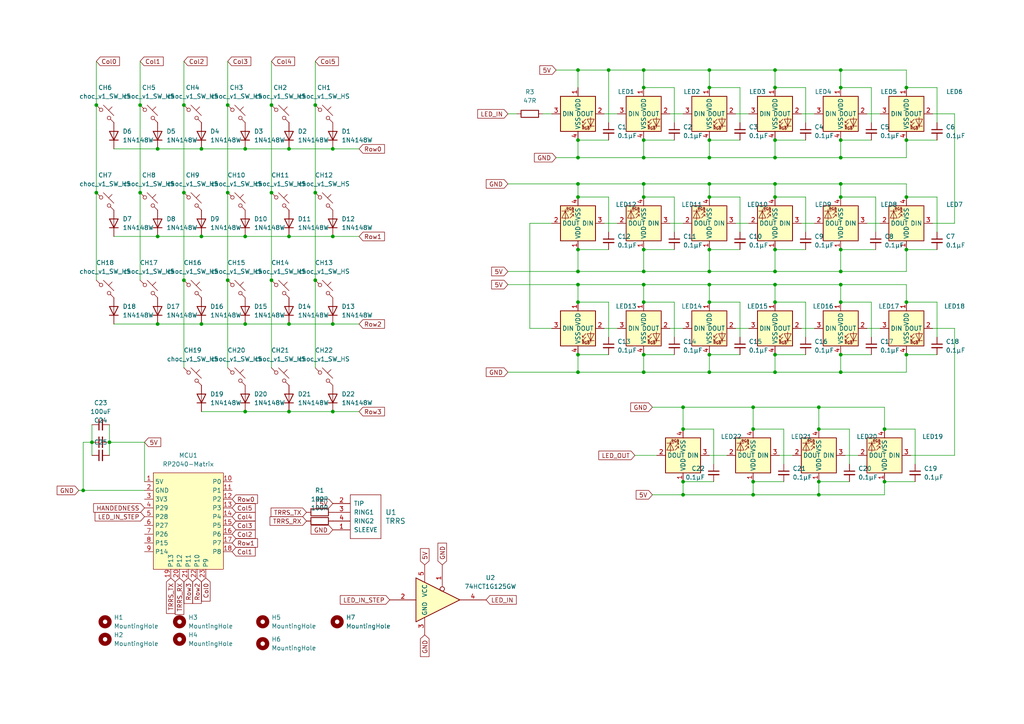
<source format=kicad_sch>
(kicad_sch (version 20250114) (generator "eeschema") (generator_version "9.0")
  (paper "A4")
  (junction (at 224.79 82.55))
  (junction (at 205.74 82.55))
  (junction (at 176.53 20.32))
  (junction (at 218.44 124.46))
  (junction (at 167.64 102.87))
  (junction (at 243.84 40.64))
  (junction (at 58.42 68.58))
  (junction (at 224.79 20.32))
  (junction (at 186.69 53.34))
  (junction (at 243.84 45.72))
  (junction (at 205.74 20.32))
  (junction (at 40.64 30.48))
  (junction (at 256.54 124.46))
  (junction (at 78.74 30.48))
  (junction (at 91.44 55.88))
  (junction (at 83.82 43.18))
  (junction (at 237.49 118.11))
  (junction (at 83.82 68.58))
  (junction (at 205.74 87.63))
  (junction (at 262.89 57.15))
  (junction (at 237.49 143.51))
  (junction (at 96.52 93.98))
  (junction (at 186.69 57.15))
  (junction (at 24.13 142.24))
  (junction (at 262.89 72.39))
  (junction (at 78.74 55.88))
  (junction (at 186.69 78.74))
  (junction (at 45.72 68.58))
  (junction (at 198.12 124.46))
  (junction (at 198.12 139.7))
  (junction (at 66.04 55.88))
  (junction (at 71.12 43.18))
  (junction (at 243.84 20.32))
  (junction (at 91.44 81.28))
  (junction (at 167.64 72.39))
  (junction (at 218.44 143.51))
  (junction (at 167.64 40.64))
  (junction (at 205.74 25.4))
  (junction (at 58.42 43.18))
  (junction (at 58.42 93.98))
  (junction (at 167.64 20.32))
  (junction (at 167.64 57.15))
  (junction (at 167.64 87.63))
  (junction (at 186.69 25.4))
  (junction (at 186.69 72.39))
  (junction (at 96.52 43.18))
  (junction (at 53.34 55.88))
  (junction (at 218.44 118.11))
  (junction (at 27.94 55.88))
  (junction (at 205.74 78.74))
  (junction (at 224.79 78.74))
  (junction (at 167.64 53.34))
  (junction (at 224.79 53.34))
  (junction (at 198.12 118.11))
  (junction (at 205.74 53.34))
  (junction (at 71.12 119.38))
  (junction (at 205.74 107.95))
  (junction (at 186.69 107.95))
  (junction (at 262.89 40.64))
  (junction (at 186.69 20.32))
  (junction (at 224.79 45.72))
  (junction (at 243.84 82.55))
  (junction (at 243.84 102.87))
  (junction (at 167.64 78.74))
  (junction (at 198.12 143.51))
  (junction (at 96.52 68.58))
  (junction (at 224.79 107.95))
  (junction (at 78.74 81.28))
  (junction (at 237.49 124.46))
  (junction (at 224.79 40.64))
  (junction (at 224.79 87.63))
  (junction (at 224.79 57.15))
  (junction (at 26.67 128.27))
  (junction (at 167.64 82.55))
  (junction (at 262.89 87.63))
  (junction (at 186.69 45.72))
  (junction (at 205.74 72.39))
  (junction (at 167.64 45.72))
  (junction (at 243.84 107.95))
  (junction (at 96.52 119.38))
  (junction (at 262.89 102.87))
  (junction (at 40.64 55.88))
  (junction (at 91.44 30.48))
  (junction (at 27.94 30.48))
  (junction (at 243.84 72.39))
  (junction (at 243.84 78.74))
  (junction (at 256.54 139.7))
  (junction (at 53.34 30.48))
  (junction (at 83.82 93.98))
  (junction (at 224.79 102.87))
  (junction (at 205.74 45.72))
  (junction (at 237.49 139.7))
  (junction (at 224.79 72.39))
  (junction (at 53.34 81.28))
  (junction (at 45.72 93.98))
  (junction (at 205.74 40.64))
  (junction (at 243.84 57.15))
  (junction (at 71.12 68.58))
  (junction (at 243.84 53.34))
  (junction (at 224.79 25.4))
  (junction (at 186.69 102.87))
  (junction (at 218.44 139.7))
  (junction (at 71.12 93.98))
  (junction (at 243.84 25.4))
  (junction (at 186.69 82.55))
  (junction (at 243.84 87.63))
  (junction (at 186.69 87.63))
  (junction (at 45.72 43.18))
  (junction (at 205.74 102.87))
  (junction (at 186.69 40.64))
  (junction (at 66.04 30.48))
  (junction (at 167.64 107.95))
  (junction (at 31.75 128.27))
  (junction (at 66.04 81.28))
  (junction (at 83.82 119.38))
  (junction (at 205.74 57.15))
  (junction (at 262.89 25.4))
  (wire (pts (xy 224.79 107.95) (xy 243.84 107.95)))
  (wire (pts (xy 26.67 128.27) (xy 26.67 132.08)))
  (wire (pts (xy 53.34 55.88) (xy 53.34 81.28)))
  (wire (pts (xy 224.79 82.55) (xy 243.84 82.55)))
  (wire (pts (xy 271.78 25.4) (xy 271.78 35.56)))
  (wire (pts (xy 53.34 30.48) (xy 53.34 55.88)))
  (wire (pts (xy 167.64 102.87) (xy 176.53 102.87)))
  (wire (pts (xy 175.26 95.25) (xy 179.07 95.25)))
  (wire (pts (xy 45.72 93.98) (xy 58.42 93.98)))
  (wire (pts (xy 256.54 118.11) (xy 256.54 124.46)))
  (wire (pts (xy 205.74 102.87) (xy 205.74 107.95)))
  (wire (pts (xy 167.64 53.34) (xy 167.64 57.15)))
  (wire (pts (xy 167.64 20.32) (xy 167.64 25.4)))
  (wire (pts (xy 218.44 118.11) (xy 218.44 124.46)))
  (wire (pts (xy 147.32 107.95) (xy 167.64 107.95)))
  (wire (pts (xy 96.52 68.58) (xy 104.14 68.58)))
  (wire (pts (xy 276.86 95.25) (xy 276.86 132.08)))
  (wire (pts (xy 262.89 72.39) (xy 271.78 72.39)))
  (wire (pts (xy 58.42 93.98) (xy 71.12 93.98)))
  (wire (pts (xy 27.94 55.88) (xy 27.94 81.28)))
  (wire (pts (xy 71.12 119.38) (xy 83.82 119.38)))
  (wire (pts (xy 26.67 123.19) (xy 26.67 128.27)))
  (wire (pts (xy 264.16 132.08) (xy 276.86 132.08)))
  (wire (pts (xy 243.84 72.39) (xy 254 72.39)))
  (wire (pts (xy 91.44 17.78) (xy 91.44 30.48)))
  (wire (pts (xy 96.52 93.98) (xy 104.14 93.98)))
  (wire (pts (xy 66.04 17.78) (xy 66.04 30.48)))
  (wire (pts (xy 167.64 72.39) (xy 176.53 72.39)))
  (wire (pts (xy 214.63 87.63) (xy 214.63 97.79)))
  (wire (pts (xy 270.51 95.25) (xy 276.86 95.25)))
  (wire (pts (xy 270.51 33.02) (xy 276.86 33.02)))
  (wire (pts (xy 205.74 20.32) (xy 205.74 25.4)))
  (wire (pts (xy 66.04 55.88) (xy 66.04 81.28)))
  (wire (pts (xy 186.69 82.55) (xy 186.69 87.63)))
  (wire (pts (xy 161.29 45.72) (xy 167.64 45.72)))
  (wire (pts (xy 213.36 64.77) (xy 217.17 64.77)))
  (wire (pts (xy 186.69 107.95) (xy 205.74 107.95)))
  (wire (pts (xy 243.84 102.87) (xy 252.73 102.87)))
  (wire (pts (xy 175.26 33.02) (xy 179.07 33.02)))
  (wire (pts (xy 157.48 33.02) (xy 160.02 33.02)))
  (wire (pts (xy 22.86 142.24) (xy 24.13 142.24)))
  (wire (pts (xy 167.64 57.15) (xy 176.53 57.15)))
  (wire (pts (xy 41.91 139.7) (xy 41.91 128.27)))
  (wire (pts (xy 224.79 102.87) (xy 233.68 102.87)))
  (wire (pts (xy 78.74 30.48) (xy 78.74 55.88)))
  (wire (pts (xy 243.84 45.72) (xy 262.89 45.72)))
  (wire (pts (xy 176.53 20.32) (xy 186.69 20.32)))
  (wire (pts (xy 243.84 53.34) (xy 262.89 53.34)))
  (wire (pts (xy 58.42 43.18) (xy 71.12 43.18)))
  (wire (pts (xy 205.74 72.39) (xy 205.74 78.74)))
  (wire (pts (xy 243.84 40.64) (xy 243.84 45.72)))
  (wire (pts (xy 205.74 53.34) (xy 224.79 53.34)))
  (wire (pts (xy 184.15 132.08) (xy 190.5 132.08)))
  (wire (pts (xy 205.74 102.87) (xy 214.63 102.87)))
  (wire (pts (xy 186.69 20.32) (xy 205.74 20.32)))
  (wire (pts (xy 58.42 119.38) (xy 71.12 119.38)))
  (wire (pts (xy 224.79 40.64) (xy 224.79 45.72)))
  (wire (pts (xy 160.02 64.77) (xy 153.67 64.77)))
  (wire (pts (xy 276.86 33.02) (xy 276.86 64.77)))
  (wire (pts (xy 254 57.15) (xy 254 67.31)))
  (wire (pts (xy 186.69 53.34) (xy 186.69 57.15)))
  (wire (pts (xy 167.64 53.34) (xy 186.69 53.34)))
  (wire (pts (xy 33.02 93.98) (xy 45.72 93.98)))
  (wire (pts (xy 243.84 87.63) (xy 252.73 87.63)))
  (wire (pts (xy 256.54 143.51) (xy 256.54 139.7)))
  (wire (pts (xy 243.84 102.87) (xy 243.84 107.95)))
  (wire (pts (xy 243.84 40.64) (xy 252.73 40.64)))
  (wire (pts (xy 96.52 43.18) (xy 104.14 43.18)))
  (wire (pts (xy 262.89 40.64) (xy 271.78 40.64)))
  (wire (pts (xy 271.78 87.63) (xy 271.78 97.79)))
  (wire (pts (xy 186.69 82.55) (xy 205.74 82.55)))
  (wire (pts (xy 252.73 25.4) (xy 252.73 35.56)))
  (wire (pts (xy 31.75 128.27) (xy 31.75 132.08)))
  (wire (pts (xy 189.23 118.11) (xy 198.12 118.11)))
  (wire (pts (xy 224.79 40.64) (xy 233.68 40.64)))
  (wire (pts (xy 224.79 25.4) (xy 224.79 20.32)))
  (wire (pts (xy 45.72 43.18) (xy 58.42 43.18)))
  (wire (pts (xy 262.89 102.87) (xy 262.89 107.95)))
  (wire (pts (xy 186.69 45.72) (xy 205.74 45.72)))
  (wire (pts (xy 83.82 43.18) (xy 96.52 43.18)))
  (wire (pts (xy 262.89 40.64) (xy 262.89 45.72)))
  (wire (pts (xy 205.74 57.15) (xy 214.63 57.15)))
  (wire (pts (xy 265.43 124.46) (xy 265.43 134.62)))
  (wire (pts (xy 213.36 33.02) (xy 217.17 33.02)))
  (wire (pts (xy 153.67 95.25) (xy 160.02 95.25)))
  (wire (pts (xy 66.04 30.48) (xy 66.04 55.88)))
  (wire (pts (xy 224.79 87.63) (xy 233.68 87.63)))
  (wire (pts (xy 243.84 20.32) (xy 262.89 20.32)))
  (wire (pts (xy 243.84 53.34) (xy 243.84 57.15)))
  (wire (pts (xy 205.74 82.55) (xy 224.79 82.55)))
  (wire (pts (xy 53.34 81.28) (xy 53.34 106.68)))
  (wire (pts (xy 251.46 33.02) (xy 255.27 33.02)))
  (wire (pts (xy 153.67 64.77) (xy 153.67 95.25)))
  (wire (pts (xy 237.49 118.11) (xy 256.54 118.11)))
  (wire (pts (xy 40.64 30.48) (xy 40.64 55.88)))
  (wire (pts (xy 205.74 40.64) (xy 205.74 45.72)))
  (wire (pts (xy 218.44 143.51) (xy 237.49 143.51)))
  (wire (pts (xy 186.69 53.34) (xy 205.74 53.34)))
  (wire (pts (xy 33.02 43.18) (xy 45.72 43.18)))
  (wire (pts (xy 233.68 25.4) (xy 233.68 35.56)))
  (wire (pts (xy 262.89 102.87) (xy 271.78 102.87)))
  (wire (pts (xy 205.74 53.34) (xy 205.74 57.15)))
  (wire (pts (xy 224.79 102.87) (xy 224.79 107.95)))
  (wire (pts (xy 167.64 45.72) (xy 186.69 45.72)))
  (wire (pts (xy 262.89 53.34) (xy 262.89 57.15)))
  (wire (pts (xy 243.84 72.39) (xy 243.84 78.74)))
  (wire (pts (xy 194.31 33.02) (xy 198.12 33.02)))
  (wire (pts (xy 71.12 43.18) (xy 83.82 43.18)))
  (wire (pts (xy 243.84 25.4) (xy 252.73 25.4)))
  (wire (pts (xy 205.74 40.64) (xy 214.63 40.64)))
  (wire (pts (xy 233.68 87.63) (xy 233.68 97.79)))
  (wire (pts (xy 31.75 123.19) (xy 31.75 128.27)))
  (wire (pts (xy 198.12 118.11) (xy 198.12 124.46)))
  (wire (pts (xy 243.84 57.15) (xy 254 57.15)))
  (wire (pts (xy 224.79 53.34) (xy 243.84 53.34)))
  (wire (pts (xy 147.32 78.74) (xy 167.64 78.74)))
  (wire (pts (xy 186.69 72.39) (xy 195.58 72.39)))
  (wire (pts (xy 167.64 87.63) (xy 176.53 87.63)))
  (wire (pts (xy 91.44 30.48) (xy 91.44 55.88)))
  (wire (pts (xy 96.52 119.38) (xy 104.14 119.38)))
  (wire (pts (xy 167.64 40.64) (xy 167.64 45.72)))
  (wire (pts (xy 214.63 57.15) (xy 214.63 67.31)))
  (wire (pts (xy 224.79 25.4) (xy 233.68 25.4)))
  (wire (pts (xy 262.89 78.74) (xy 262.89 72.39)))
  (wire (pts (xy 186.69 102.87) (xy 186.69 107.95)))
  (wire (pts (xy 167.64 82.55) (xy 186.69 82.55)))
  (wire (pts (xy 251.46 95.25) (xy 255.27 95.25)))
  (wire (pts (xy 186.69 102.87) (xy 195.58 102.87)))
  (wire (pts (xy 232.41 33.02) (xy 236.22 33.02)))
  (wire (pts (xy 78.74 81.28) (xy 78.74 106.68)))
  (wire (pts (xy 186.69 57.15) (xy 195.58 57.15)))
  (wire (pts (xy 186.69 20.32) (xy 186.69 25.4)))
  (wire (pts (xy 40.64 17.78) (xy 40.64 30.48)))
  (wire (pts (xy 161.29 20.32) (xy 167.64 20.32)))
  (wire (pts (xy 186.69 25.4) (xy 195.58 25.4)))
  (wire (pts (xy 224.79 82.55) (xy 224.79 87.63)))
  (wire (pts (xy 176.53 87.63) (xy 176.53 97.79)))
  (wire (pts (xy 186.69 72.39) (xy 186.69 78.74)))
  (wire (pts (xy 167.64 20.32) (xy 176.53 20.32)))
  (wire (pts (xy 58.42 68.58) (xy 71.12 68.58)))
  (wire (pts (xy 71.12 68.58) (xy 83.82 68.58)))
  (wire (pts (xy 198.12 143.51) (xy 218.44 143.51)))
  (wire (pts (xy 167.64 78.74) (xy 186.69 78.74)))
  (wire (pts (xy 205.74 78.74) (xy 224.79 78.74)))
  (wire (pts (xy 167.64 72.39) (xy 167.64 78.74)))
  (wire (pts (xy 40.64 55.88) (xy 40.64 81.28)))
  (wire (pts (xy 194.31 64.77) (xy 198.12 64.77)))
  (wire (pts (xy 26.67 128.27) (xy 24.13 128.27)))
  (wire (pts (xy 218.44 124.46) (xy 227.33 124.46)))
  (wire (pts (xy 91.44 55.88) (xy 91.44 81.28)))
  (wire (pts (xy 224.79 53.34) (xy 224.79 57.15)))
  (wire (pts (xy 207.01 124.46) (xy 198.12 124.46)))
  (wire (pts (xy 205.74 20.32) (xy 224.79 20.32)))
  (wire (pts (xy 271.78 57.15) (xy 271.78 67.31)))
  (wire (pts (xy 45.72 68.58) (xy 58.42 68.58)))
  (wire (pts (xy 205.74 72.39) (xy 214.63 72.39)))
  (wire (pts (xy 53.34 17.78) (xy 53.34 30.48)))
  (wire (pts (xy 237.49 139.7) (xy 237.49 143.51)))
  (wire (pts (xy 237.49 124.46) (xy 246.38 124.46)))
  (wire (pts (xy 207.01 134.62) (xy 207.01 124.46)))
  (wire (pts (xy 176.53 20.32) (xy 176.53 35.56)))
  (wire (pts (xy 262.89 82.55) (xy 262.89 87.63)))
  (wire (pts (xy 186.69 40.64) (xy 186.69 45.72)))
  (wire (pts (xy 147.32 53.34) (xy 167.64 53.34)))
  (wire (pts (xy 232.41 64.77) (xy 236.22 64.77)))
  (wire (pts (xy 227.33 124.46) (xy 227.33 134.62)))
  (wire (pts (xy 194.31 95.25) (xy 198.12 95.25)))
  (wire (pts (xy 195.58 57.15) (xy 195.58 67.31)))
  (wire (pts (xy 186.69 78.74) (xy 205.74 78.74)))
  (wire (pts (xy 252.73 87.63) (xy 252.73 97.79)))
  (wire (pts (xy 33.02 68.58) (xy 45.72 68.58)))
  (wire (pts (xy 167.64 40.64) (xy 176.53 40.64)))
  (wire (pts (xy 91.44 81.28) (xy 91.44 106.68)))
  (wire (pts (xy 198.12 118.11) (xy 218.44 118.11)))
  (wire (pts (xy 205.74 132.08) (xy 210.82 132.08)))
  (wire (pts (xy 198.12 139.7) (xy 198.12 143.51)))
  (wire (pts (xy 246.38 124.46) (xy 246.38 134.62)))
  (wire (pts (xy 262.89 87.63) (xy 271.78 87.63)))
  (wire (pts (xy 71.12 93.98) (xy 83.82 93.98)))
  (wire (pts (xy 224.79 72.39) (xy 224.79 78.74)))
  (wire (pts (xy 233.68 57.15) (xy 233.68 67.31)))
  (wire (pts (xy 243.84 78.74) (xy 262.89 78.74)))
  (wire (pts (xy 218.44 139.7) (xy 218.44 143.51)))
  (wire (pts (xy 243.84 82.55) (xy 262.89 82.55)))
  (wire (pts (xy 24.13 128.27) (xy 24.13 142.24)))
  (wire (pts (xy 237.49 118.11) (xy 237.49 124.46)))
  (wire (pts (xy 218.44 139.7) (xy 227.33 139.7)))
  (wire (pts (xy 186.69 87.63) (xy 195.58 87.63)))
  (wire (pts (xy 78.74 17.78) (xy 78.74 30.48)))
  (wire (pts (xy 262.89 20.32) (xy 262.89 25.4)))
  (wire (pts (xy 147.32 33.02) (xy 149.86 33.02)))
  (wire (pts (xy 224.79 20.32) (xy 243.84 20.32)))
  (wire (pts (xy 31.75 128.27) (xy 41.91 128.27)))
  (wire (pts (xy 205.74 25.4) (xy 214.63 25.4)))
  (wire (pts (xy 198.12 139.7) (xy 207.01 139.7)))
  (wire (pts (xy 205.74 82.55) (xy 205.74 87.63)))
  (wire (pts (xy 232.41 95.25) (xy 236.22 95.25)))
  (wire (pts (xy 195.58 87.63) (xy 195.58 97.79)))
  (wire (pts (xy 186.69 40.64) (xy 195.58 40.64)))
  (wire (pts (xy 195.58 25.4) (xy 195.58 35.56)))
  (wire (pts (xy 262.89 25.4) (xy 271.78 25.4)))
  (wire (pts (xy 243.84 107.95) (xy 262.89 107.95)))
  (wire (pts (xy 226.06 132.08) (xy 229.87 132.08)))
  (wire (pts (xy 78.74 55.88) (xy 78.74 81.28)))
  (wire (pts (xy 24.13 142.24) (xy 41.91 142.24)))
  (wire (pts (xy 262.89 57.15) (xy 271.78 57.15)))
  (wire (pts (xy 245.11 132.08) (xy 248.92 132.08)))
  (wire (pts (xy 66.04 81.28) (xy 66.04 106.68)))
  (wire (pts (xy 189.23 143.51) (xy 198.12 143.51)))
  (wire (pts (xy 27.94 17.78) (xy 27.94 30.48)))
  (wire (pts (xy 256.54 124.46) (xy 265.43 124.46)))
  (wire (pts (xy 175.26 64.77) (xy 179.07 64.77)))
  (wire (pts (xy 213.36 95.25) (xy 217.17 95.25)))
  (wire (pts (xy 243.84 20.32) (xy 243.84 25.4)))
  (wire (pts (xy 214.63 25.4) (xy 214.63 35.56)))
  (wire (pts (xy 276.86 64.77) (xy 270.51 64.77)))
  (wire (pts (xy 147.32 82.55) (xy 167.64 82.55)))
  (wire (pts (xy 224.79 45.72) (xy 243.84 45.72)))
  (wire (pts (xy 224.79 78.74) (xy 243.84 78.74)))
  (wire (pts (xy 83.82 68.58) (xy 96.52 68.58)))
  (wire (pts (xy 83.82 119.38) (xy 96.52 119.38)))
  (wire (pts (xy 83.82 93.98) (xy 96.52 93.98)))
  (wire (pts (xy 218.44 118.11) (xy 237.49 118.11)))
  (wire (pts (xy 205.74 107.95) (xy 224.79 107.95)))
  (wire (pts (xy 167.64 107.95) (xy 186.69 107.95)))
  (wire (pts (xy 237.49 143.51) (xy 256.54 143.51)))
  (wire (pts (xy 256.54 139.7) (xy 265.43 139.7)))
  (wire (pts (xy 167.64 102.87) (xy 167.64 107.95)))
  (wire (pts (xy 224.79 72.39) (xy 233.68 72.39)))
  (wire (pts (xy 205.74 45.72) (xy 224.79 45.72)))
  (wire (pts (xy 243.84 82.55) (xy 243.84 87.63)))
  (wire (pts (xy 176.53 57.15) (xy 176.53 67.31)))
  (wire (pts (xy 251.46 64.77) (xy 255.27 64.77)))
  (wire (pts (xy 224.79 57.15) (xy 233.68 57.15)))
  (wire (pts (xy 27.94 30.48) (xy 27.94 55.88)))
  (wire (pts (xy 237.49 139.7) (xy 246.38 139.7)))
  (wire (pts (xy 205.74 87.63) (xy 214.63 87.63)))
  (wire (pts (xy 167.64 82.55) (xy 167.64 87.63)))
  (global_label "TRRS_RX" (shape input) (at 52.07 167.64 270) (property "Intersheetrefs" "${INTERSHEET_REFS}" (effects (hide yes))))
  (global_label "Row1" (shape input) (at 67.31 157.48 0) (property "Intersheetrefs" "${INTERSHEET_REFS}" (effects (hide yes))))
  (global_label "Row0" (shape input) (at 67.31 144.78 0) (property "Intersheetrefs" "${INTERSHEET_REFS}" (effects (hide yes))))
  (global_label "Row3" (shape input) (at 54.61 167.64 270) (property "Intersheetrefs" "${INTERSHEET_REFS}" (effects (hide yes))))
  (global_label "TRRS_TX" (shape input) (at 88.9 148.59 180) (property "Intersheetrefs" "${INTERSHEET_REFS}" (effects (hide yes))))
  (global_label "Col0" (shape input) (at 27.94 17.78 0) (property "Intersheetrefs" "${INTERSHEET_REFS}" (effects (hide yes))))
  (global_label "TRRS_TX" (shape input) (at 49.53 167.64 270) (property "Intersheetrefs" "${INTERSHEET_REFS}" (effects (hide yes))))
  (global_label "GND" (shape input) (at 96.52 153.67 180) (property "Intersheetrefs" "${INTERSHEET_REFS}" (effects (hide yes))))
  (global_label "GND" (shape input) (at 189.23 118.11 180) (property "Intersheetrefs" "${INTERSHEET_REFS}" (effects (hide yes))))
  (global_label "GND" (shape input) (at 22.86 142.24 180) (property "Intersheetrefs" "${INTERSHEET_REFS}" (effects (hide yes))))
  (global_label "Col2" (shape input) (at 67.31 154.94 0) (property "Intersheetrefs" "${INTERSHEET_REFS}" (effects (hide yes))))
  (global_label "Col2" (shape input) (at 53.34 17.78 0) (property "Intersheetrefs" "${INTERSHEET_REFS}" (effects (hide yes))))
  (global_label "5V" (shape input) (at 147.32 78.74 180) (property "Intersheetrefs" "${INTERSHEET_REFS}" (effects (hide yes))))
  (global_label "Row3" (shape input) (at 104.14 119.38 0) (property "Intersheetrefs" "${INTERSHEET_REFS}" (effects (hide yes))))
  (global_label "Col4" (shape input) (at 78.74 17.78 0) (property "Intersheetrefs" "${INTERSHEET_REFS}" (effects (hide yes))))
  (global_label "5V" (shape input) (at 161.29 20.32 180) (property "Intersheetrefs" "${INTERSHEET_REFS}" (effects (hide yes))))
  (global_label "Row2" (shape input) (at 57.15 167.64 270) (property "Intersheetrefs" "${INTERSHEET_REFS}" (effects (hide yes))))
  (global_label "LED_IN" (shape input) (at 140.97 173.99 0) (property "Intersheetrefs" "${INTERSHEET_REFS}" (effects (hide yes))))
  (global_label "5V" (shape input) (at 41.91 128.27 0) (property "Intersheetrefs" "${INTERSHEET_REFS}" (effects (hide yes))))
  (global_label "5V" (shape input) (at 147.32 82.55 180) (property "Intersheetrefs" "${INTERSHEET_REFS}" (effects (hide yes))))
  (global_label "Col1" (shape input) (at 40.64 17.78 0) (property "Intersheetrefs" "${INTERSHEET_REFS}" (effects (hide yes))))
  (global_label "Col4" (shape input) (at 67.31 149.86 0) (property "Intersheetrefs" "${INTERSHEET_REFS}" (effects (hide yes))))
  (global_label "HANDEDNESS" (shape input) (at 41.91 147.32 180) (property "Intersheetrefs" "${INTERSHEET_REFS}" (effects (hide yes))))
  (global_label "Col3" (shape input) (at 66.04 17.78 0) (property "Intersheetrefs" "${INTERSHEET_REFS}" (effects (hide yes))))
  (global_label "Col5" (shape input) (at 67.31 147.32 0) (property "Intersheetrefs" "${INTERSHEET_REFS}" (effects (hide yes))))
  (global_label "GND" (shape input) (at 147.32 53.34 180) (property "Intersheetrefs" "${INTERSHEET_REFS}" (effects (hide yes))))
  (global_label "5V" (shape input) (at 96.52 146.05 180) (property "Intersheetrefs" "${INTERSHEET_REFS}" (effects (hide yes))))
  (global_label "Row1" (shape input) (at 104.14 68.58 0) (property "Intersheetrefs" "${INTERSHEET_REFS}" (effects (hide yes))))
  (global_label "5V" (shape input) (at 189.23 143.51 180) (property "Intersheetrefs" "${INTERSHEET_REFS}" (effects (hide yes))))
  (global_label "Col0" (shape input) (at 59.69 167.64 270) (property "Intersheetrefs" "${INTERSHEET_REFS}" (effects (hide yes))))
  (global_label "GND" (shape input) (at 128.27 163.83 90) (property "Intersheetrefs" "${INTERSHEET_REFS}" (effects (hide yes))))
  (global_label "LED_OUT" (shape input) (at 184.15 132.08 180) (property "Intersheetrefs" "${INTERSHEET_REFS}" (effects (hide yes))))
  (global_label "LED_IN_STEP" (shape input) (at 113.03 173.99 180) (property "Intersheetrefs" "${INTERSHEET_REFS}" (effects (hide yes))))
  (global_label "Row0" (shape input) (at 104.14 43.18 0) (property "Intersheetrefs" "${INTERSHEET_REFS}" (effects (hide yes))))
  (global_label "Col5" (shape input) (at 91.44 17.78 0) (property "Intersheetrefs" "${INTERSHEET_REFS}" (effects (hide yes))))
  (global_label "LED_IN" (shape input) (at 147.32 33.02 180) (property "Intersheetrefs" "${INTERSHEET_REFS}" (effects (hide yes))))
  (global_label "Col3" (shape input) (at 67.31 152.4 0) (property "Intersheetrefs" "${INTERSHEET_REFS}" (effects (hide yes))))
  (global_label "GND" (shape input) (at 123.19 184.15 270) (property "Intersheetrefs" "${INTERSHEET_REFS}" (effects (hide yes))))
  (global_label "Row2" (shape input) (at 104.14 93.98 0) (property "Intersheetrefs" "${INTERSHEET_REFS}" (effects (hide yes))))
  (global_label "GND" (shape input) (at 161.29 45.72 180) (property "Intersheetrefs" "${INTERSHEET_REFS}" (effects (hide yes))))
  (global_label "LED_IN_STEP" (shape input) (at 41.91 149.86 180) (property "Intersheetrefs" "${INTERSHEET_REFS}" (effects (hide yes))))
  (global_label "Col1" (shape input) (at 67.31 160.02 0) (property "Intersheetrefs" "${INTERSHEET_REFS}" (effects (hide yes))))
  (global_label "5V" (shape input) (at 123.19 163.83 90) (property "Intersheetrefs" "${INTERSHEET_REFS}" (effects (hide yes))))
  (global_label "GND" (shape input) (at 147.32 107.95 180) (property "Intersheetrefs" "${INTERSHEET_REFS}" (effects (hide yes))))
  (global_label "TRRS_RX" (shape input) (at 88.9 151.13 180) (property "Intersheetrefs" "${INTERSHEET_REFS}" (effects (hide yes))))
  (symbol (lib_id "Diode:1N4148W") (at 83.82 64.77 90) (unit 1)
    (property "Reference" "D11" (at 86.36 63.4999 90) (effects (justify right)))
    (property "Value" "1N4148W" (at 86.36 66.0399 90) (effects (justify right)))
    (property "Footprint" "Diode_SMD:D_SOD-123" (effects (hide yes)))
    (property "Datasheet" "https://www.vishay.com/docs/85748/1n4148w.pdf" (effects (hide yes)))
    (property "Description" "75V 0.15A Fast Switching Diode, SOD-123" (effects (hide yes)))
    (property "Sim.Device" "D" (effects (hide yes)))
    (property "Sim.Pins" "1=K 2=A" (effects (hide yes)))
  )
  (symbol (lib_id "PCM_marbastlib-choc:choc_v1_SW_HS_CPG135001S30") (at 81.28 33.02 0) (unit 1)
    (property "Reference" "CH2" (at 81.28 25.4 0))
    (property "Value" "choc_v1_SW_HS" (at 81.28 27.94 0))
    (property "Footprint" "PCM_marbastlib-choc:SW_choc_v1_HS_CPG135001S30_1u" (effects (hide yes)))
    (property "Description" "Push button switch, normally open, two pins, 45° tilted" (effects (hide yes)))
  )
  (symbol (lib_id "Mechanical:MountingHole") (at 76.2 180.34 0) (unit 1) (in_bom no)
    (property "Reference" "H5" (at 78.74 179.0699 0) (effects (justify left)))
    (property "Value" "MountingHole" (at 78.74 181.6099 0) (effects (justify left)))
    (property "Footprint" "MountingHole:MountingHole_2.2mm_M2" (effects (hide yes)))
    (property "Description" "Mounting Hole without connection" (effects (hide yes)))
  )
  (symbol (lib_id "PCM_marbastlib-choc:choc_v1_SW_HS_CPG135001S30") (at 81.28 83.82 0) (unit 1)
    (property "Reference" "CH14" (at 81.28 76.2 0))
    (property "Value" "choc_v1_SW_HS" (at 81.28 78.74 0))
    (property "Footprint" "PCM_marbastlib-choc:SW_choc_v1_HS_CPG135001S30_1u" (effects (hide yes)))
    (property "Description" "Push button switch, normally open, two pins, 45° tilted" (effects (hide yes)))
  )
  (symbol (lib_id "PCM_marbastlib-various:SK6812MINI-E") (at 167.64 33.02 0) (unit 1)
    (property "Reference" "LED1" (at 181.61 26.5998 0))
    (property "Value" "SK6812MINI-E" (effects (hide yes)))
    (property "Footprint" "PCM_marbastlib-various:LED_6028R" (effects (hide yes)))
    (property "Description" "Reverse mount adressable LED (WS2812 protocol)" (effects (hide yes)))
  )
  (symbol (lib_id "Diode:1N4148W") (at 96.52 64.77 90) (unit 1)
    (property "Reference" "D12" (at 99.06 63.4999 90) (effects (justify right)))
    (property "Value" "1N4148W" (at 99.06 66.0399 90) (effects (justify right)))
    (property "Footprint" "Diode_SMD:D_SOD-123" (effects (hide yes)))
    (property "Datasheet" "https://www.vishay.com/docs/85748/1n4148w.pdf" (effects (hide yes)))
    (property "Description" "75V 0.15A Fast Switching Diode, SOD-123" (effects (hide yes)))
    (property "Sim.Device" "D" (effects (hide yes)))
    (property "Sim.Pins" "1=K 2=A" (effects (hide yes)))
  )
  (symbol (lib_id "Device:C_Small") (at 252.73 38.1 0) (unit 1)
    (property "Reference" "C5" (at 255.27 36.8362 0) (effects (justify left)))
    (property "Value" "0.1µF" (at 255.27 39.3762 0) (effects (justify left)))
    (property "Footprint" "Capacitor_SMD:C_1206_3216Metric" (effects (hide yes)))
    (property "Description" "Unpolarized capacitor, small symbol" (effects (hide yes)))
  )
  (symbol (lib_id "Device:C_Small") (at 271.78 69.85 0) (unit 1)
    (property "Reference" "C7" (at 274.32 68.5862 0) (effects (justify left)))
    (property "Value" "0.1µF" (at 274.32 71.1262 0) (effects (justify left)))
    (property "Footprint" "Capacitor_SMD:C_1206_3216Metric" (effects (hide yes)))
    (property "Description" "Unpolarized capacitor, small symbol" (effects (hide yes)))
  )
  (symbol (lib_id "PCM_marbastlib-choc:choc_v1_SW_HS_CPG135001S30") (at 68.58 83.82 0) (unit 1)
    (property "Reference" "CH15" (at 68.58 76.2 0))
    (property "Value" "choc_v1_SW_HS" (at 68.58 78.74 0))
    (property "Footprint" "PCM_marbastlib-choc:SW_choc_v1_HS_CPG135001S30_1u" (effects (hide yes)))
    (property "Description" "Push button switch, normally open, two pins, 45° tilted" (effects (hide yes)))
  )
  (symbol (lib_id "PCM_marbastlib-promicroish:RP2040-Matrix") (at 54.61 153.67 0) (unit 1) (in_bom no)
    (property "Reference" "MCU1" (at 54.61 132.08 0))
    (property "Value" "RP2040-Matrix" (at 54.61 134.62 0))
    (property "Footprint" "PCM_marbastlib-xp-promicroish:RP2040-Matrix_ACH" (effects (hide yes)))
    (property "Datasheet" "https://www.waveshare.com/rp2040-matrix.htm" (effects (hide yes)))
    (property "Description" "Symbol for a Waveshare RP2040-Matrix" (effects (hide yes)))
  )
  (symbol (lib_id "PCM_marbastlib-choc:choc_v1_SW_HS_CPG135001S30") (at 55.88 109.22 0) (unit 1)
    (property "Reference" "CH19" (at 55.88 101.6 0))
    (property "Value" "choc_v1_SW_HS" (at 55.88 104.14 0))
    (property "Footprint" "PCM_marbastlib-choc:SW_choc_v1_HS_CPG135001S30_1u" (effects (hide yes)))
    (property "Description" "Push button switch, normally open, two pins, 45° tilted" (effects (hide yes)))
  )
  (symbol (lib_id "Diode:1N4148W") (at 96.52 115.57 90) (unit 1)
    (property "Reference" "D22" (at 99.06 114.2999 90) (effects (justify right)))
    (property "Value" "1N4148W" (at 99.06 116.8399 90) (effects (justify right)))
    (property "Footprint" "Diode_SMD:D_SOD-123" (effects (hide yes)))
    (property "Datasheet" "https://www.vishay.com/docs/85748/1n4148w.pdf" (effects (hide yes)))
    (property "Description" "75V 0.15A Fast Switching Diode, SOD-123" (effects (hide yes)))
    (property "Sim.Device" "D" (effects (hide yes)))
    (property "Sim.Pins" "1=K 2=A" (effects (hide yes)))
  )
  (symbol (lib_id "Device:C_Small") (at 233.68 69.85 0) (unit 1)
    (property "Reference" "C9" (at 236.22 68.5862 0) (effects (justify left)))
    (property "Value" "0.1µF" (at 236.22 71.1262 0) (effects (justify left)))
    (property "Footprint" "Capacitor_SMD:C_1206_3216Metric" (effects (hide yes)))
    (property "Description" "Unpolarized capacitor, small symbol" (effects (hide yes)))
  )
  (symbol (lib_id "PCM_marbastlib-choc:choc_v1_SW_HS_CPG135001S30") (at 30.48 58.42 0) (unit 1)
    (property "Reference" "CH7" (at 30.48 50.8 0))
    (property "Value" "choc_v1_SW_HS" (at 30.48 53.34 0))
    (property "Footprint" "PCM_marbastlib-choc:SW_choc_v1_HS_CPG135001S30_1u" (effects (hide yes)))
    (property "Description" "Push button switch, normally open, two pins, 45° tilted" (effects (hide yes)))
  )
  (symbol (lib_id "Device:C_Small") (at 29.21 128.27 90) (unit 1)
    (property "Reference" "C24" (at 29.2163 121.92 90))
    (property "Value" "100uF" (effects (hide yes)))
    (property "Footprint" "Capacitor_SMD:C_1210_3225Metric_Pad1.33x2.70mm_HandSolder" (effects (hide yes)))
    (property "Description" "Unpolarized capacitor, small symbol" (effects (hide yes)))
  )
  (symbol (lib_id "PCM_marbastlib-various:SK6812MINI-E") (at 218.44 132.08 180) (unit 1)
    (property "Reference" "LED21" (at 232.41 126.6346 0))
    (property "Value" "SK6812MINI-E" (effects (hide yes)))
    (property "Footprint" "PCM_marbastlib-various:LED_6028R" (effects (hide yes)))
    (property "Description" "Reverse mount adressable LED (WS2812 protocol)" (effects (hide yes)))
  )
  (symbol (lib_id "PCM_marbastlib-various:SK6812MINI-E") (at 262.89 64.77 180) (unit 1)
    (property "Reference" "LED7" (at 276.86 59.3246 0))
    (property "Value" "SK6812MINI-E" (effects (hide yes)))
    (property "Footprint" "PCM_marbastlib-various:LED_6028R" (effects (hide yes)))
    (property "Description" "Reverse mount adressable LED (WS2812 protocol)" (effects (hide yes)))
  )
  (symbol (lib_id "PCM_marbastlib-various:SK6812MINI-E") (at 243.84 64.77 180) (unit 1)
    (property "Reference" "LED8" (at 257.81 59.3246 0))
    (property "Value" "SK6812MINI-E" (effects (hide yes)))
    (property "Footprint" "PCM_marbastlib-various:LED_6028R" (effects (hide yes)))
    (property "Description" "Reverse mount adressable LED (WS2812 protocol)" (effects (hide yes)))
  )
  (symbol (lib_id "Device:C_Small") (at 214.63 69.85 0) (unit 1)
    (property "Reference" "C10" (at 217.17 68.5862 0) (effects (justify left)))
    (property "Value" "0.1µF" (at 217.17 71.1262 0) (effects (justify left)))
    (property "Footprint" "Capacitor_SMD:C_1206_3216Metric" (effects (hide yes)))
    (property "Description" "Unpolarized capacitor, small symbol" (effects (hide yes)))
  )
  (symbol (lib_id "PCM_marbastlib-various:SK6812MINI-E") (at 186.69 95.25 0) (unit 1)
    (property "Reference" "LED14" (at 200.66 88.8298 0))
    (property "Value" "SK6812MINI-E" (effects (hide yes)))
    (property "Footprint" "PCM_marbastlib-various:LED_6028R" (effects (hide yes)))
    (property "Description" "Reverse mount adressable LED (WS2812 protocol)" (effects (hide yes)))
  )
  (symbol (lib_id "Diode:1N4148W") (at 83.82 90.17 90) (unit 1)
    (property "Reference" "D14" (at 86.36 88.8999 90) (effects (justify right)))
    (property "Value" "1N4148W" (at 86.36 91.4399 90) (effects (justify right)))
    (property "Footprint" "Diode_SMD:D_SOD-123" (effects (hide yes)))
    (property "Datasheet" "https://www.vishay.com/docs/85748/1n4148w.pdf" (effects (hide yes)))
    (property "Description" "75V 0.15A Fast Switching Diode, SOD-123" (effects (hide yes)))
    (property "Sim.Device" "D" (effects (hide yes)))
    (property "Sim.Pins" "1=K 2=A" (effects (hide yes)))
  )
  (symbol (lib_id "PCM_marbastlib-various:SK6812MINI-E") (at 224.79 95.25 0) (unit 1)
    (property "Reference" "LED16" (at 238.76 88.8298 0))
    (property "Value" "SK6812MINI-E" (effects (hide yes)))
    (property "Footprint" "PCM_marbastlib-various:LED_6028R" (effects (hide yes)))
    (property "Description" "Reverse mount adressable LED (WS2812 protocol)" (effects (hide yes)))
  )
  (symbol (lib_id "Diode:1N4148W") (at 71.12 115.57 90) (unit 1)
    (property "Reference" "D20" (at 73.66 114.2999 90) (effects (justify right)))
    (property "Value" "1N4148W" (at 73.66 116.8399 90) (effects (justify right)))
    (property "Footprint" "Diode_SMD:D_SOD-123" (effects (hide yes)))
    (property "Datasheet" "https://www.vishay.com/docs/85748/1n4148w.pdf" (effects (hide yes)))
    (property "Description" "75V 0.15A Fast Switching Diode, SOD-123" (effects (hide yes)))
    (property "Sim.Device" "D" (effects (hide yes)))
    (property "Sim.Pins" "1=K 2=A" (effects (hide yes)))
  )
  (symbol (lib_id "Device:R") (at 153.67 33.02 90) (unit 1)
    (property "Reference" "R3" (at 153.67 26.67 90))
    (property "Value" "47R" (at 153.67 29.21 90))
    (property "Footprint" "Resistor_SMD:R_1206_3216Metric_Pad1.30x1.75mm_HandSolder" (effects (hide yes)))
    (property "Description" "Resistor" (effects (hide yes)))
  )
  (symbol (lib_id "PCM_marbastlib-various:SK6812MINI-E") (at 243.84 95.25 0) (unit 1)
    (property "Reference" "LED17" (at 257.81 88.8298 0))
    (property "Value" "SK6812MINI-E" (effects (hide yes)))
    (property "Footprint" "PCM_marbastlib-various:LED_6028R" (effects (hide yes)))
    (property "Description" "Reverse mount adressable LED (WS2812 protocol)" (effects (hide yes)))
  )
  (symbol (lib_id "Diode:1N4148W") (at 96.52 90.17 90) (unit 1)
    (property "Reference" "D13" (at 99.06 88.8999 90) (effects (justify right)))
    (property "Value" "1N4148W" (at 99.06 91.4399 90) (effects (justify right)))
    (property "Footprint" "Diode_SMD:D_SOD-123" (effects (hide yes)))
    (property "Datasheet" "https://www.vishay.com/docs/85748/1n4148w.pdf" (effects (hide yes)))
    (property "Description" "75V 0.15A Fast Switching Diode, SOD-123" (effects (hide yes)))
    (property "Sim.Device" "D" (effects (hide yes)))
    (property "Sim.Pins" "1=K 2=A" (effects (hide yes)))
  )
  (symbol (lib_id "PCM_marbastlib-various:SK6812MINI-E") (at 243.84 33.02 0) (unit 1)
    (property "Reference" "LED5" (at 257.81 26.5998 0))
    (property "Value" "SK6812MINI-E" (effects (hide yes)))
    (property "Footprint" "PCM_marbastlib-various:LED_6028R" (effects (hide yes)))
    (property "Description" "Reverse mount adressable LED (WS2812 protocol)" (effects (hide yes)))
  )
  (symbol (lib_id "Device:C_Small") (at 252.73 100.33 0) (unit 1)
    (property "Reference" "C17" (at 255.27 99.0662 0) (effects (justify left)))
    (property "Value" "0.1µF" (at 255.27 101.6062 0) (effects (justify left)))
    (property "Footprint" "Capacitor_SMD:C_1206_3216Metric" (effects (hide yes)))
    (property "Description" "Unpolarized capacitor, small symbol" (effects (hide yes)))
  )
  (symbol (lib_id "Diode:1N4148W") (at 33.02 90.17 90) (unit 1)
    (property "Reference" "D18" (at 35.56 88.8999 90) (effects (justify right)))
    (property "Value" "1N4148W" (at 35.56 91.4399 90) (effects (justify right)))
    (property "Footprint" "Diode_SMD:D_SOD-123" (effects (hide yes)))
    (property "Datasheet" "https://www.vishay.com/docs/85748/1n4148w.pdf" (effects (hide yes)))
    (property "Description" "75V 0.15A Fast Switching Diode, SOD-123" (effects (hide yes)))
    (property "Sim.Device" "D" (effects (hide yes)))
    (property "Sim.Pins" "1=K 2=A" (effects (hide yes)))
  )
  (symbol (lib_id "PCM_marbastlib-choc:choc_v1_SW_HS_CPG135001S30") (at 93.98 109.22 0) (unit 1)
    (property "Reference" "CH22" (at 93.98 101.6 0))
    (property "Value" "choc_v1_SW_HS" (at 93.98 104.14 0))
    (property "Footprint" "PCM_marbastlib-choc:SW_choc_v1_HS_CPG135001S30_1.5u" (effects (hide yes)))
    (property "Description" "Push button switch, normally open, two pins, 45° tilted" (effects (hide yes)))
  )
  (symbol (lib_id "Diode:1N4148W") (at 58.42 90.17 90) (unit 1)
    (property "Reference" "D16" (at 60.96 88.8999 90) (effects (justify right)))
    (property "Value" "1N4148W" (at 60.96 91.4399 90) (effects (justify right)))
    (property "Footprint" "Diode_SMD:D_SOD-123" (effects (hide yes)))
    (property "Datasheet" "https://www.vishay.com/docs/85748/1n4148w.pdf" (effects (hide yes)))
    (property "Description" "75V 0.15A Fast Switching Diode, SOD-123" (effects (hide yes)))
    (property "Sim.Device" "D" (effects (hide yes)))
    (property "Sim.Pins" "1=K 2=A" (effects (hide yes)))
  )
  (symbol (lib_id "Device:C_Small") (at 271.78 100.33 0) (unit 1)
    (property "Reference" "C18" (at 274.32 99.0662 0) (effects (justify left)))
    (property "Value" "0.1µF" (at 274.32 101.6062 0) (effects (justify left)))
    (property "Footprint" "Capacitor_SMD:C_1206_3216Metric" (effects (hide yes)))
    (property "Description" "Unpolarized capacitor, small symbol" (effects (hide yes)))
  )
  (symbol (lib_id "74xGxx:SN74LVC1G125DBV") (at 128.27 173.99 0) (unit 1)
    (property "Reference" "U2" (at 142.24 167.5698 0))
    (property "Value" "74HCT1G125GW" (at 142.24 170.1098 0))
    (property "Footprint" "Package_TO_SOT_SMD:SOT-23-5" (effects (hide yes)))
    (property "Datasheet" "http://www.ti.com/lit/ds/symlink/sn74lvc1g125.pdf" (effects (hide yes)))
    (property "Description" "Single Buffer Gate Tri-State, Low-Voltage CMOS, SOT-23-5" (effects (hide yes)))
  )
  (symbol (lib_id "PCM_marbastlib-various:SK6812MINI-E") (at 198.12 132.08 180) (unit 1)
    (property "Reference" "LED22" (at 212.09 126.6346 0))
    (property "Value" "SK6812MINI-E" (effects (hide yes)))
    (property "Footprint" "PCM_marbastlib-various:LED_6028R" (effects (hide yes)))
    (property "Description" "Reverse mount adressable LED (WS2812 protocol)" (effects (hide yes)))
  )
  (symbol (lib_id "Device:C_Small") (at 214.63 38.1 0) (unit 1)
    (property "Reference" "C3" (at 217.17 36.8362 0) (effects (justify left)))
    (property "Value" "0.1µF" (at 217.17 39.3762 0) (effects (justify left)))
    (property "Footprint" "Capacitor_SMD:C_1206_3216Metric" (effects (hide yes)))
    (property "Description" "Unpolarized capacitor, small symbol" (effects (hide yes)))
  )
  (symbol (lib_id "PCM_marbastlib-choc:choc_v1_SW_HS_CPG135001S30") (at 43.18 33.02 0) (unit 1)
    (property "Reference" "CH5" (at 43.18 25.4 0))
    (property "Value" "choc_v1_SW_HS" (at 43.18 27.94 0))
    (property "Footprint" "PCM_marbastlib-choc:SW_choc_v1_HS_CPG135001S30_1u" (effects (hide yes)))
    (property "Description" "Push button switch, normally open, two pins, 45° tilted" (effects (hide yes)))
  )
  (symbol (lib_id "Diode:1N4148W") (at 45.72 39.37 90) (unit 1)
    (property "Reference" "D5" (at 48.26 38.0999 90) (effects (justify right)))
    (property "Value" "1N4148W" (at 48.26 40.6399 90) (effects (justify right)))
    (property "Footprint" "Diode_SMD:D_SOD-123" (effects (hide yes)))
    (property "Datasheet" "https://www.vishay.com/docs/85748/1n4148w.pdf" (effects (hide yes)))
    (property "Description" "75V 0.15A Fast Switching Diode, SOD-123" (effects (hide yes)))
    (property "Sim.Device" "D" (effects (hide yes)))
    (property "Sim.Pins" "1=K 2=A" (effects (hide yes)))
  )
  (symbol (lib_id "PCM_marbastlib-various:SK6812MINI-E") (at 205.74 64.77 180) (unit 1)
    (property "Reference" "LED10" (at 219.71 59.3246 0))
    (property "Value" "SK6812MINI-E" (effects (hide yes)))
    (property "Footprint" "PCM_marbastlib-various:LED_6028R" (effects (hide yes)))
    (property "Description" "Reverse mount adressable LED (WS2812 protocol)" (effects (hide yes)))
  )
  (symbol (lib_id "PCM_marbastlib-various:SK6812MINI-E") (at 262.89 33.02 0) (unit 1)
    (property "Reference" "LED6" (at 276.86 26.5998 0))
    (property "Value" "SK6812MINI-E" (effects (hide yes)))
    (property "Footprint" "PCM_marbastlib-various:LED_6028R" (effects (hide yes)))
    (property "Description" "Reverse mount adressable LED (WS2812 protocol)" (effects (hide yes)))
  )
  (symbol (lib_id "Device:C_Small") (at 176.53 38.1 0) (unit 1)
    (property "Reference" "C1" (at 179.07 36.8362 0) (effects (justify left)))
    (property "Value" "0.1µF" (at 179.07 39.3762 0) (effects (justify left)))
    (property "Footprint" "Capacitor_SMD:C_1206_3216Metric" (effects (hide yes)))
    (property "Description" "Unpolarized capacitor, small symbol" (effects (hide yes)))
  )
  (symbol (lib_id "PCM_marbastlib-various:SK6812MINI-E") (at 167.64 95.25 0) (unit 1)
    (property "Reference" "LED13" (at 181.61 88.8298 0))
    (property "Value" "SK6812MINI-E" (effects (hide yes)))
    (property "Footprint" "PCM_marbastlib-various:LED_6028R" (effects (hide yes)))
    (property "Description" "Reverse mount adressable LED (WS2812 protocol)" (effects (hide yes)))
  )
  (symbol (lib_id "Diode:1N4148W") (at 71.12 64.77 90) (unit 1)
    (property "Reference" "D10" (at 73.66 63.4999 90) (effects (justify right)))
    (property "Value" "1N4148W" (at 73.66 66.0399 90) (effects (justify right)))
    (property "Footprint" "Diode_SMD:D_SOD-123" (effects (hide yes)))
    (property "Datasheet" "https://www.vishay.com/docs/85748/1n4148w.pdf" (effects (hide yes)))
    (property "Description" "75V 0.15A Fast Switching Diode, SOD-123" (effects (hide yes)))
    (property "Sim.Device" "D" (effects (hide yes)))
    (property "Sim.Pins" "1=K 2=A" (effects (hide yes)))
  )
  (symbol (lib_id "PCM_marbastlib-various:SK6812MINI-E") (at 237.49 132.08 180) (unit 1)
    (property "Reference" "LED20" (at 251.46 126.6346 0))
    (property "Value" "SK6812MINI-E" (effects (hide yes)))
    (property "Footprint" "PCM_marbastlib-various:LED_6028R" (effects (hide yes)))
    (property "Description" "Reverse mount adressable LED (WS2812 protocol)" (effects (hide yes)))
  )
  (symbol (lib_id "Mechanical:MountingHole") (at 30.48 185.42 0) (unit 1) (in_bom no)
    (property "Reference" "H2" (at 33.02 184.1499 0) (effects (justify left)))
    (property "Value" "MountingHole" (at 33.02 186.6899 0) (effects (justify left)))
    (property "Footprint" "MountingHole:MountingHole_2.2mm_M2" (effects (hide yes)))
    (property "Description" "Mounting Hole without connection" (effects (hide yes)))
  )
  (symbol (lib_id "Device:C_Small") (at 233.68 100.33 0) (unit 1)
    (property "Reference" "C16" (at 236.22 99.0662 0) (effects (justify left)))
    (property "Value" "0.1µF" (at 236.22 101.6062 0) (effects (justify left)))
    (property "Footprint" "Capacitor_SMD:C_1206_3216Metric" (effects (hide yes)))
    (property "Description" "Unpolarized capacitor, small symbol" (effects (hide yes)))
  )
  (symbol (lib_id "Diode:1N4148W") (at 71.12 90.17 90) (unit 1)
    (property "Reference" "D15" (at 73.66 88.8999 90) (effects (justify right)))
    (property "Value" "1N4148W" (at 73.66 91.4399 90) (effects (justify right)))
    (property "Footprint" "Diode_SMD:D_SOD-123" (effects (hide yes)))
    (property "Datasheet" "https://www.vishay.com/docs/85748/1n4148w.pdf" (effects (hide yes)))
    (property "Description" "75V 0.15A Fast Switching Diode, SOD-123" (effects (hide yes)))
    (property "Sim.Device" "D" (effects (hide yes)))
    (property "Sim.Pins" "1=K 2=A" (effects (hide yes)))
  )
  (symbol (lib_id "PCM_marbastlib-choc:choc_v1_SW_HS_CPG135001S30") (at 55.88 58.42 0) (unit 1)
    (property "Reference" "CH9" (at 55.88 50.8 0))
    (property "Value" "choc_v1_SW_HS" (at 55.88 53.34 0))
    (property "Footprint" "PCM_marbastlib-choc:SW_choc_v1_HS_CPG135001S30_1u" (effects (hide yes)))
    (property "Description" "Push button switch, normally open, two pins, 45° tilted" (effects (hide yes)))
  )
  (symbol (lib_id "Diode:1N4148W") (at 71.12 39.37 90) (unit 1)
    (property "Reference" "D3" (at 73.66 38.0999 90) (effects (justify right)))
    (property "Value" "1N4148W" (at 73.66 40.6399 90) (effects (justify right)))
    (property "Footprint" "Diode_SMD:D_SOD-123" (effects (hide yes)))
    (property "Datasheet" "https://www.vishay.com/docs/85748/1n4148w.pdf" (effects (hide yes)))
    (property "Description" "75V 0.15A Fast Switching Diode, SOD-123" (effects (hide yes)))
    (property "Sim.Device" "D" (effects (hide yes)))
    (property "Sim.Pins" "1=K 2=A" (effects (hide yes)))
  )
  (symbol (lib_id "Device:C_Small") (at 227.33 137.16 0) (unit 1)
    (property "Reference" "C21" (at 229.87 135.8962 0) (effects (justify left)))
    (property "Value" "0.1µF" (at 229.87 138.4362 0) (effects (justify left)))
    (property "Footprint" "Capacitor_SMD:C_1206_3216Metric" (effects (hide yes)))
    (property "Description" "Unpolarized capacitor, small symbol" (effects (hide yes)))
  )
  (symbol (lib_id "PCM_marbastlib-choc:choc_v1_SW_HS_CPG135001S30") (at 30.48 83.82 0) (unit 1)
    (property "Reference" "CH18" (at 30.48 76.2 0))
    (property "Value" "choc_v1_SW_HS" (at 30.48 78.74 0))
    (property "Footprint" "PCM_marbastlib-choc:SW_choc_v1_HS_CPG135001S30_1u" (effects (hide yes)))
    (property "Description" "Push button switch, normally open, two pins, 45° tilted" (effects (hide yes)))
  )
  (symbol (lib_id "Diode:1N4148W") (at 45.72 64.77 90) (unit 1)
    (property "Reference" "D8" (at 48.26 63.4999 90) (effects (justify right)))
    (property "Value" "1N4148W" (at 48.26 66.0399 90) (effects (justify right)))
    (property "Footprint" "Diode_SMD:D_SOD-123" (effects (hide yes)))
    (property "Datasheet" "https://www.vishay.com/docs/85748/1n4148w.pdf" (effects (hide yes)))
    (property "Description" "75V 0.15A Fast Switching Diode, SOD-123" (effects (hide yes)))
    (property "Sim.Device" "D" (effects (hide yes)))
    (property "Sim.Pins" "1=K 2=A" (effects (hide yes)))
  )
  (symbol (lib_id "Device:C_Small") (at 214.63 100.33 0) (unit 1)
    (property "Reference" "C15" (at 217.17 99.0662 0) (effects (justify left)))
    (property "Value" "0.1µF" (at 217.17 101.6062 0) (effects (justify left)))
    (property "Footprint" "Capacitor_SMD:C_1206_3216Metric" (effects (hide yes)))
    (property "Description" "Unpolarized capacitor, small symbol" (effects (hide yes)))
  )
  (symbol (lib_id "ScottoKeebs:Placeholder_TRRS") (at 105.41 156.21 0) (unit 1)
    (property "Reference" "U1" (at 111.76 148.5899 0) (effects (font (size 1.524 1.524)) (justify left)))
    (property "Value" "TRRS" (at 111.76 151.1299 0) (effects (font (size 1.524 1.524)) (justify left)))
    (property "Footprint" "ScottoKeebs_Components:TRRS_PJ-320A" (effects (hide yes)))
  )
  (symbol (lib_id "PCM_marbastlib-choc:choc_v1_SW_HS_CPG135001S30") (at 81.28 109.22 0) (unit 1)
    (property "Reference" "CH21" (at 81.28 101.6 0))
    (property "Value" "choc_v1_SW_HS" (at 81.28 104.14 0))
    (property "Footprint" "PCM_marbastlib-choc:SW_choc_v1_HS_CPG135001S30_1.5u" (effects (hide yes)))
    (property "Description" "Push button switch, normally open, two pins, 45° tilted" (effects (hide yes)))
  )
  (symbol (lib_id "Diode:1N4148W") (at 96.52 39.37 90) (unit 1)
    (property "Reference" "D1" (at 99.06 38.0999 90) (effects (justify right)))
    (property "Value" "1N4148W" (at 99.06 40.6399 90) (effects (justify right)))
    (property "Footprint" "Diode_SMD:D_SOD-123" (effects (hide yes)))
    (property "Datasheet" "https://www.vishay.com/docs/85748/1n4148w.pdf" (effects (hide yes)))
    (property "Description" "75V 0.15A Fast Switching Diode, SOD-123" (effects (hide yes)))
    (property "Sim.Device" "D" (effects (hide yes)))
    (property "Sim.Pins" "1=K 2=A" (effects (hide yes)))
  )
  (symbol (lib_id "Device:C_Small") (at 195.58 38.1 0) (unit 1)
    (property "Reference" "C2" (at 198.12 36.8362 0) (effects (justify left)))
    (property "Value" "0.1µF" (at 198.12 39.3762 0) (effects (justify left)))
    (property "Footprint" "Capacitor_SMD:C_1206_3216Metric" (effects (hide yes)))
    (property "Description" "Unpolarized capacitor, small symbol" (effects (hide yes)))
  )
  (symbol (lib_id "PCM_marbastlib-choc:choc_v1_SW_HS_CPG135001S30") (at 43.18 83.82 0) (unit 1)
    (property "Reference" "CH17" (at 43.18 76.2 0))
    (property "Value" "choc_v1_SW_HS" (at 43.18 78.74 0))
    (property "Footprint" "PCM_marbastlib-choc:SW_choc_v1_HS_CPG135001S30_1u" (effects (hide yes)))
    (property "Description" "Push button switch, normally open, two pins, 45° tilted" (effects (hide yes)))
  )
  (symbol (lib_id "PCM_marbastlib-various:SK6812MINI-E") (at 186.69 64.77 180) (unit 1)
    (property "Reference" "LED11" (at 200.66 59.3246 0))
    (property "Value" "SK6812MINI-E" (effects (hide yes)))
    (property "Footprint" "PCM_marbastlib-various:LED_6028R" (effects (hide yes)))
    (property "Description" "Reverse mount adressable LED (WS2812 protocol)" (effects (hide yes)))
  )
  (symbol (lib_id "PCM_marbastlib-various:SK6812MINI-E") (at 186.69 33.02 0) (unit 1)
    (property "Reference" "LED2" (at 200.66 26.5998 0))
    (property "Value" "SK6812MINI-E" (effects (hide yes)))
    (property "Footprint" "PCM_marbastlib-various:LED_6028R" (effects (hide yes)))
    (property "Description" "Reverse mount adressable LED (WS2812 protocol)" (effects (hide yes)))
  )
  (symbol (lib_id "PCM_marbastlib-choc:choc_v1_SW_HS_CPG135001S30") (at 68.58 58.42 0) (unit 1)
    (property "Reference" "CH10" (at 68.58 50.8 0))
    (property "Value" "choc_v1_SW_HS" (at 68.58 53.34 0))
    (property "Footprint" "PCM_marbastlib-choc:SW_choc_v1_HS_CPG135001S30_1u" (effects (hide yes)))
    (property "Description" "Push button switch, normally open, two pins, 45° tilted" (effects (hide yes)))
  )
  (symbol (lib_id "PCM_marbastlib-various:SK6812MINI-E") (at 167.64 64.77 180) (unit 1)
    (property "Reference" "LED12" (at 181.61 59.3246 0))
    (property "Value" "SK6812MINI-E" (effects (hide yes)))
    (property "Footprint" "PCM_marbastlib-various:LED_6028R" (effects (hide yes)))
    (property "Description" "Reverse mount adressable LED (WS2812 protocol)" (effects (hide yes)))
  )
  (symbol (lib_id "Device:C_Small") (at 195.58 100.33 0) (unit 1)
    (property "Reference" "C14" (at 198.12 99.0662 0) (effects (justify left)))
    (property "Value" "0.1µF" (at 198.12 101.6062 0) (effects (justify left)))
    (property "Footprint" "Capacitor_SMD:C_1206_3216Metric" (effects (hide yes)))
    (property "Description" "Unpolarized capacitor, small symbol" (effects (hide yes)))
  )
  (symbol (lib_id "PCM_marbastlib-choc:choc_v1_SW_HS_CPG135001S30") (at 68.58 109.22 0) (unit 1)
    (property "Reference" "CH20" (at 68.58 101.6 0))
    (property "Value" "choc_v1_SW_HS" (at 68.58 104.14 0))
    (property "Footprint" "PCM_marbastlib-choc:SW_choc_v1_HS_CPG135001S30_1u" (effects (hide yes)))
    (property "Description" "Push button switch, normally open, two pins, 45° tilted" (effects (hide yes)))
  )
  (symbol (lib_id "PCM_marbastlib-choc:choc_v1_SW_HS_CPG135001S30") (at 55.88 83.82 0) (unit 1)
    (property "Reference" "CH16" (at 55.88 76.2 0))
    (property "Value" "choc_v1_SW_HS" (at 55.88 78.74 0))
    (property "Footprint" "PCM_marbastlib-choc:SW_choc_v1_HS_CPG135001S30_1u" (effects (hide yes)))
    (property "Description" "Push button switch, normally open, two pins, 45° tilted" (effects (hide yes)))
  )
  (symbol (lib_id "Device:C_Small") (at 233.68 38.1 0) (unit 1)
    (property "Reference" "C4" (at 236.22 36.8362 0) (effects (justify left)))
    (property "Value" "0.1µF" (at 236.22 39.3762 0) (effects (justify left)))
    (property "Footprint" "Capacitor_SMD:C_1206_3216Metric" (effects (hide yes)))
    (property "Description" "Unpolarized capacitor, small symbol" (effects (hide yes)))
  )
  (symbol (lib_id "PCM_marbastlib-choc:choc_v1_SW_HS_CPG135001S30") (at 93.98 33.02 0) (unit 1)
    (property "Reference" "CH1" (at 93.98 25.4 0))
    (property "Value" "choc_v1_SW_HS" (at 93.98 27.94 0))
    (property "Footprint" "PCM_marbastlib-choc:SW_choc_v1_HS_CPG135001S30_1u" (effects (hide yes)))
    (property "Description" "Push button switch, normally open, two pins, 45° tilted" (effects (hide yes)))
  )
  (symbol (lib_id "PCM_marbastlib-choc:choc_v1_SW_HS_CPG135001S30") (at 81.28 58.42 0) (unit 1)
    (property "Reference" "CH11" (at 81.28 50.8 0))
    (property "Value" "choc_v1_SW_HS" (at 81.28 53.34 0))
    (property "Footprint" "PCM_marbastlib-choc:SW_choc_v1_HS_CPG135001S30_1u" (effects (hide yes)))
    (property "Description" "Push button switch, normally open, two pins, 45° tilted" (effects (hide yes)))
  )
  (symbol (lib_id "PCM_marbastlib-choc:choc_v1_SW_HS_CPG135001S30") (at 30.48 33.02 0) (unit 1)
    (property "Reference" "CH6" (at 30.48 25.4 0))
    (property "Value" "choc_v1_SW_HS" (at 30.48 27.94 0))
    (property "Footprint" "PCM_marbastlib-choc:SW_choc_v1_HS_CPG135001S30_1u" (effects (hide yes)))
    (property "Description" "Push button switch, normally open, two pins, 45° tilted" (effects (hide yes)))
  )
  (symbol (lib_id "PCM_marbastlib-various:SK6812MINI-E") (at 262.89 95.25 0) (unit 1)
    (property "Reference" "LED18" (at 276.86 88.8298 0))
    (property "Value" "SK6812MINI-E" (effects (hide yes)))
    (property "Footprint" "PCM_marbastlib-various:LED_6028R" (effects (hide yes)))
    (property "Description" "Reverse mount adressable LED (WS2812 protocol)" (effects (hide yes)))
  )
  (symbol (lib_id "PCM_marbastlib-various:SK6812MINI-E") (at 205.74 95.25 0) (unit 1)
    (property "Reference" "LED15" (at 219.71 88.8298 0))
    (property "Value" "SK6812MINI-E" (effects (hide yes)))
    (property "Footprint" "PCM_marbastlib-various:LED_6028R" (effects (hide yes)))
    (property "Description" "Reverse mount adressable LED (WS2812 protocol)" (effects (hide yes)))
  )
  (symbol (lib_id "PCM_marbastlib-various:SK6812MINI-E") (at 224.79 64.77 180) (unit 1)
    (property "Reference" "LED9" (at 238.76 59.3246 0))
    (property "Value" "SK6812MINI-E" (effects (hide yes)))
    (property "Footprint" "PCM_marbastlib-various:LED_6028R" (effects (hide yes)))
    (property "Description" "Reverse mount adressable LED (WS2812 protocol)" (effects (hide yes)))
  )
  (symbol (lib_id "PCM_marbastlib-various:SK6812MINI-E") (at 224.79 33.02 0) (unit 1)
    (property "Reference" "LED4" (at 238.76 26.5998 0))
    (property "Value" "SK6812MINI-E" (effects (hide yes)))
    (property "Footprint" "PCM_marbastlib-various:LED_6028R" (effects (hide yes)))
    (property "Description" "Reverse mount adressable LED (WS2812 protocol)" (effects (hide yes)))
  )
  (symbol (lib_id "Device:C_Small") (at 271.78 38.1 0) (unit 1)
    (property "Reference" "C6" (at 274.32 36.8362 0) (effects (justify left)))
    (property "Value" "0.1µF" (at 274.32 39.3762 0) (effects (justify left)))
    (property "Footprint" "Capacitor_SMD:C_1206_3216Metric" (effects (hide yes)))
    (property "Description" "Unpolarized capacitor, small symbol" (effects (hide yes)))
  )
  (symbol (lib_id "Mechanical:MountingHole") (at 30.48 180.34 0) (unit 1) (in_bom no)
    (property "Reference" "H1" (at 33.02 179.0699 0) (effects (justify left)))
    (property "Value" "MountingHole" (at 33.02 181.6099 0) (effects (justify left)))
    (property "Footprint" "MountingHole:MountingHole_2.2mm_M2" (effects (hide yes)))
    (property "Description" "Mounting Hole without connection" (effects (hide yes)))
  )
  (symbol (lib_id "ScottoKeebs:Placeholder_Resistor") (at 92.71 148.59 0) (unit 1)
    (property "Reference" "R1" (at 92.71 142.24 0))
    (property "Value" "100R" (at 92.71 144.78 0))
    (property "Footprint" "Resistor_SMD:R_1206_3216Metric_Pad1.30x1.75mm_HandSolder" (effects (hide yes)))
    (property "Description" "Resistor" (effects (hide yes)))
  )
  (symbol (lib_id "PCM_marbastlib-choc:choc_v1_SW_HS_CPG135001S30") (at 43.18 58.42 0) (unit 1)
    (property "Reference" "CH8" (at 43.18 50.8 0))
    (property "Value" "choc_v1_SW_HS" (at 43.18 53.34 0))
    (property "Footprint" "PCM_marbastlib-choc:SW_choc_v1_HS_CPG135001S30_1u" (effects (hide yes)))
    (property "Description" "Push button switch, normally open, two pins, 45° tilted" (effects (hide yes)))
  )
  (symbol (lib_id "Device:C_Small") (at 176.53 69.85 0) (unit 1)
    (property "Reference" "C12" (at 179.07 68.5862 0) (effects (justify left)))
    (property "Value" "0.1µF" (at 179.07 71.1262 0) (effects (justify left)))
    (property "Footprint" "Capacitor_SMD:C_1206_3216Metric" (effects (hide yes)))
    (property "Description" "Unpolarized capacitor, small symbol" (effects (hide yes)))
  )
  (symbol (lib_id "PCM_marbastlib-various:SK6812MINI-E") (at 256.54 132.08 180) (unit 1)
    (property "Reference" "LED19" (at 270.51 126.6346 0))
    (property "Value" "SK6812MINI-E" (effects (hide yes)))
    (property "Footprint" "PCM_marbastlib-various:LED_6028R" (effects (hide yes)))
    (property "Description" "Reverse mount adressable LED (WS2812 protocol)" (effects (hide yes)))
  )
  (symbol (lib_id "Diode:1N4148W") (at 58.42 64.77 90) (unit 1)
    (property "Reference" "D9" (at 60.96 63.4999 90) (effects (justify right)))
    (property "Value" "1N4148W" (at 60.96 66.0399 90) (effects (justify right)))
    (property "Footprint" "Diode_SMD:D_SOD-123" (effects (hide yes)))
    (property "Datasheet" "https://www.vishay.com/docs/85748/1n4148w.pdf" (effects (hide yes)))
    (property "Description" "75V 0.15A Fast Switching Diode, SOD-123" (effects (hide yes)))
    (property "Sim.Device" "D" (effects (hide yes)))
    (property "Sim.Pins" "1=K 2=A" (effects (hide yes)))
  )
  (symbol (lib_id "PCM_marbastlib-choc:choc_v1_SW_HS_CPG135001S30") (at 93.98 83.82 0) (unit 1)
    (property "Reference" "CH13" (at 93.98 76.2 0))
    (property "Value" "choc_v1_SW_HS" (at 93.98 78.74 0))
    (property "Footprint" "PCM_marbastlib-choc:SW_choc_v1_HS_CPG135001S30_1u" (effects (hide yes)))
    (property "Description" "Push button switch, normally open, two pins, 45° tilted" (effects (hide yes)))
  )
  (symbol (lib_id "Device:C_Small") (at 29.21 123.19 90) (unit 1)
    (property "Reference" "C23" (at 29.2163 116.84 90))
    (property "Value" "100uF" (at 29.2163 119.38 90))
    (property "Footprint" "Capacitor_SMD:C_1210_3225Metric_Pad1.33x2.70mm_HandSolder" (effects (hide yes)))
    (property "Description" "Unpolarized capacitor, small symbol" (effects (hide yes)))
  )
  (symbol (lib_id "Mechanical:MountingHole") (at 76.2 186.69 0) (unit 1) (in_bom no)
    (property "Reference" "H6" (at 78.74 185.4199 0) (effects (justify left)))
    (property "Value" "MountingHole" (at 78.74 187.9599 0) (effects (justify left)))
    (property "Footprint" "MountingHole:MountingHole_2.2mm_M2" (effects (hide yes)))
    (property "Description" "Mounting Hole without connection" (effects (hide yes)))
  )
  (symbol (lib_id "Device:C_Small") (at 176.53 100.33 0) (unit 1)
    (property "Reference" "C13" (at 179.07 99.0662 0) (effects (justify left)))
    (property "Value" "0.1µF" (at 179.07 101.6062 0) (effects (justify left)))
    (property "Footprint" "Capacitor_SMD:C_1206_3216Metric" (effects (hide yes)))
    (property "Description" "Unpolarized capacitor, small symbol" (effects (hide yes)))
  )
  (symbol (lib_id "Diode:1N4148W") (at 83.82 39.37 90) (unit 1)
    (property "Reference" "D2" (at 86.36 38.0999 90) (effects (justify right)))
    (property "Value" "1N4148W" (at 86.36 40.6399 90) (effects (justify right)))
    (property "Footprint" "Diode_SMD:D_SOD-123" (effects (hide yes)))
    (property "Datasheet" "https://www.vishay.com/docs/85748/1n4148w.pdf" (effects (hide yes)))
    (property "Description" "75V 0.15A Fast Switching Diode, SOD-123" (effects (hide yes)))
    (property "Sim.Device" "D" (effects (hide yes)))
    (property "Sim.Pins" "1=K 2=A" (effects (hide yes)))
  )
  (symbol (lib_id "Device:C_Small") (at 207.01 137.16 0) (mirror y) (unit 1)
    (property "Reference" "C22" (at 204.47 135.8962 0) (effects (justify left)))
    (property "Value" "0.1µF" (at 204.47 138.4362 0) (effects (justify left)))
    (property "Footprint" "Capacitor_SMD:C_1206_3216Metric" (effects (hide yes)))
    (property "Description" "Unpolarized capacitor, small symbol" (effects (hide yes)))
  )
  (symbol (lib_id "Diode:1N4148W") (at 58.42 115.57 90) (unit 1)
    (property "Reference" "D19" (at 60.96 114.2999 90) (effects (justify right)))
    (property "Value" "1N4148W" (at 60.96 116.8399 90) (effects (justify right)))
    (property "Footprint" "Diode_SMD:D_SOD-123" (effects (hide yes)))
    (property "Datasheet" "https://www.vishay.com/docs/85748/1n4148w.pdf" (effects (hide yes)))
    (property "Description" "75V 0.15A Fast Switching Diode, SOD-123" (effects (hide yes)))
    (property "Sim.Device" "D" (effects (hide yes)))
    (property "Sim.Pins" "1=K 2=A" (effects (hide yes)))
  )
  (symbol (lib_id "PCM_marbastlib-various:SK6812MINI-E") (at 205.74 33.02 0) (unit 1)
    (property "Reference" "LED3" (at 219.71 26.5998 0))
    (property "Value" "SK6812MINI-E" (effects (hide yes)))
    (property "Footprint" "PCM_marbastlib-various:LED_6028R" (effects (hide yes)))
    (property "Description" "Reverse mount adressable LED (WS2812 protocol)" (effects (hide yes)))
  )
  (symbol (lib_id "PCM_marbastlib-choc:choc_v1_SW_HS_CPG135001S30") (at 93.98 58.42 0) (unit 1)
    (property "Reference" "CH12" (at 93.98 50.8 0))
    (property "Value" "choc_v1_SW_HS" (at 93.98 53.34 0))
    (property "Footprint" "PCM_marbastlib-choc:SW_choc_v1_HS_CPG135001S30_1u" (effects (hide yes)))
    (property "Description" "Push button switch, normally open, two pins, 45° tilted" (effects (hide yes)))
  )
  (symbol (lib_id "Diode:1N4148W") (at 83.82 115.57 90) (unit 1)
    (property "Reference" "D21" (at 86.36 114.2999 90) (effects (justify right)))
    (property "Value" "1N4148W" (at 86.36 116.8399 90) (effects (justify right)))
    (property "Footprint" "Diode_SMD:D_SOD-123" (effects (hide yes)))
    (property "Datasheet" "https://www.vishay.com/docs/85748/1n4148w.pdf" (effects (hide yes)))
    (property "Description" "75V 0.15A Fast Switching Diode, SOD-123" (effects (hide yes)))
    (property "Sim.Device" "D" (effects (hide yes)))
    (property "Sim.Pins" "1=K 2=A" (effects (hide yes)))
  )
  (symbol (lib_id "Diode:1N4148W") (at 58.42 39.37 90) (unit 1)
    (property "Reference" "D4" (at 60.96 38.0999 90) (effects (justify right)))
    (property "Value" "1N4148W" (at 60.96 40.6399 90) (effects (justify right)))
    (property "Footprint" "Diode_SMD:D_SOD-123" (effects (hide yes)))
    (property "Datasheet" "https://www.vishay.com/docs/85748/1n4148w.pdf" (effects (hide yes)))
    (property "Description" "75V 0.15A Fast Switching Diode, SOD-123" (effects (hide yes)))
    (property "Sim.Device" "D" (effects (hide yes)))
    (property "Sim.Pins" "1=K 2=A" (effects (hide yes)))
  )
  (symbol (lib_id "Mechanical:MountingHole") (at 52.07 180.34 0) (unit 1) (in_bom no)
    (property "Reference" "H3" (at 54.61 179.0699 0) (effects (justify left)))
    (property "Value" "MountingHole" (at 54.61 181.6099 0) (effects (justify left)))
    (property "Footprint" "MountingHole:MountingHole_2.2mm_M2" (effects (hide yes)))
    (property "Description" "Mounting Hole without connection" (effects (hide yes)))
  )
  (symbol (lib_id "PCM_marbastlib-choc:choc_v1_SW_HS_CPG135001S30") (at 55.88 33.02 0) (unit 1)
    (property "Reference" "CH4" (at 55.88 25.4 0))
    (property "Value" "choc_v1_SW_HS" (at 55.88 27.94 0))
    (property "Footprint" "PCM_marbastlib-choc:SW_choc_v1_HS_CPG135001S30_1u" (effects (hide yes)))
    (property "Description" "Push button switch, normally open, two pins, 45° tilted" (effects (hide yes)))
  )
  (symbol (lib_id "Diode:1N4148W") (at 33.02 64.77 90) (unit 1)
    (property "Reference" "D7" (at 35.56 63.4999 90) (effects (justify right)))
    (property "Value" "1N4148W" (at 35.56 66.0399 90) (effects (justify right)))
    (property "Footprint" "Diode_SMD:D_SOD-123" (effects (hide yes)))
    (property "Datasheet" "https://www.vishay.com/docs/85748/1n4148w.pdf" (effects (hide yes)))
    (property "Description" "75V 0.15A Fast Switching Diode, SOD-123" (effects (hide yes)))
    (property "Sim.Device" "D" (effects (hide yes)))
    (property "Sim.Pins" "1=K 2=A" (effects (hide yes)))
  )
  (symbol (lib_id "Diode:1N4148W") (at 45.72 90.17 90) (unit 1)
    (property "Reference" "D17" (at 48.26 88.8999 90) (effects (justify right)))
    (property "Value" "1N4148W" (at 48.26 91.4399 90) (effects (justify right)))
    (property "Footprint" "Diode_SMD:D_SOD-123" (effects (hide yes)))
    (property "Datasheet" "https://www.vishay.com/docs/85748/1n4148w.pdf" (effects (hide yes)))
    (property "Description" "75V 0.15A Fast Switching Diode, SOD-123" (effects (hide yes)))
    (property "Sim.Device" "D" (effects (hide yes)))
    (property "Sim.Pins" "1=K 2=A" (effects (hide yes)))
  )
  (symbol (lib_id "Diode:1N4148W") (at 33.02 39.37 90) (unit 1)
    (property "Reference" "D6" (at 35.56 38.0999 90) (effects (justify right)))
    (property "Value" "1N4148W" (at 35.56 40.6399 90) (effects (justify right)))
    (property "Footprint" "Diode_SMD:D_SOD-123" (effects (hide yes)))
    (property "Datasheet" "https://www.vishay.com/docs/85748/1n4148w.pdf" (effects (hide yes)))
    (property "Description" "75V 0.15A Fast Switching Diode, SOD-123" (effects (hide yes)))
    (property "Sim.Device" "D" (effects (hide yes)))
    (property "Sim.Pins" "1=K 2=A" (effects (hide yes)))
  )
  (symbol (lib_id "Mechanical:MountingHole") (at 52.07 185.42 0) (unit 1) (in_bom no)
    (property "Reference" "H4" (at 54.61 184.1499 0) (effects (justify left)))
    (property "Value" "MountingHole" (at 54.61 186.6899 0) (effects (justify left)))
    (property "Footprint" "MountingHole:MountingHole_2.2mm_M2" (effects (hide yes)))
    (property "Description" "Mounting Hole without connection" (effects (hide yes)))
  )
  (symbol (lib_id "ScottoKeebs:Placeholder_Resistor") (at 92.71 151.13 0) (unit 1)
    (property "Reference" "R2" (at 92.71 144.78 0))
    (property "Value" "100R" (at 92.71 147.32 0))
    (property "Footprint" "Resistor_SMD:R_1206_3216Metric_Pad1.30x1.75mm_HandSolder" (effects (hide yes)))
    (property "Description" "Resistor" (effects (hide yes)))
  )
  (symbol (lib_id "Mechanical:MountingHole") (at 97.79 180.34 0) (unit 1) (in_bom no)
    (property "Reference" "H7" (at 100.33 179.0699 0) (effects (justify left)))
    (property "Value" "MountingHole" (at 100.33 181.6099 0) (effects (justify left)))
    (property "Footprint" "MountingHole:MountingHole_2.2mm_M2" (effects (hide yes)))
    (property "Description" "Mounting Hole without connection" (effects (hide yes)))
  )
  (symbol (lib_id "Device:C_Small") (at 254 69.85 0) (unit 1)
    (property "Reference" "C8" (at 256.54 68.5862 0) (effects (justify left)))
    (property "Value" "0.1µF" (at 256.54 71.1262 0) (effects (justify left)))
    (property "Footprint" "Capacitor_SMD:C_1206_3216Metric" (effects (hide yes)))
    (property "Description" "Unpolarized capacitor, small symbol" (effects (hide yes)))
  )
  (symbol (lib_id "Device:C_Small") (at 29.21 132.08 90) (unit 1)
    (property "Reference" "C25" (at 29.2163 128.27 90))
    (property "Value" "100uF" (effects (hide yes)))
    (property "Footprint" "Capacitor_SMD:C_1210_3225Metric_Pad1.33x2.70mm_HandSolder" (effects (hide yes)))
    (property "Description" "Unpolarized capacitor, small symbol" (effects (hide yes)))
  )
  (symbol (lib_id "PCM_marbastlib-choc:choc_v1_SW_HS_CPG135001S30") (at 68.58 33.02 0) (unit 1)
    (property "Reference" "CH3" (at 68.58 25.4 0))
    (property "Value" "choc_v1_SW_HS" (at 68.58 27.94 0))
    (property "Footprint" "PCM_marbastlib-choc:SW_choc_v1_HS_CPG135001S30_1u" (effects (hide yes)))
    (property "Description" "Push button switch, normally open, two pins, 45° tilted" (effects (hide yes)))
  )
  (symbol (lib_id "Device:C_Small") (at 265.43 137.16 0) (unit 1)
    (property "Reference" "C19" (at 267.97 135.8962 0) (effects (justify left)))
    (property "Value" "0.1µF" (at 267.97 138.4362 0) (effects (justify left)))
    (property "Footprint" "Capacitor_SMD:C_1206_3216Metric" (effects (hide yes)))
    (property "Description" "Unpolarized capacitor, small symbol" (effects (hide yes)))
  )
  (symbol (lib_id "Device:C_Small") (at 195.58 69.85 0) (unit 1)
    (property "Reference" "C11" (at 198.12 68.5862 0) (effects (justify left)))
    (property "Value" "0.1µF" (at 198.12 71.1262 0) (effects (justify left)))
    (property "Footprint" "Capacitor_SMD:C_1206_3216Metric" (effects (hide yes)))
    (property "Description" "Unpolarized capacitor, small symbol" (effects (hide yes)))
  )
  (symbol (lib_id "Device:C_Small") (at 246.38 137.16 0) (unit 1)
    (property "Reference" "C20" (at 248.92 135.8962 0) (effects (justify left)))
    (property "Value" "0.1µF" (at 248.92 138.4362 0) (effects (justify left)))
    (property "Footprint" "Capacitor_SMD:C_1206_3216Metric" (effects (hide yes)))
    (property "Description" "Unpolarized capacitor, small symbol" (effects (hide yes)))
  )
)
</source>
